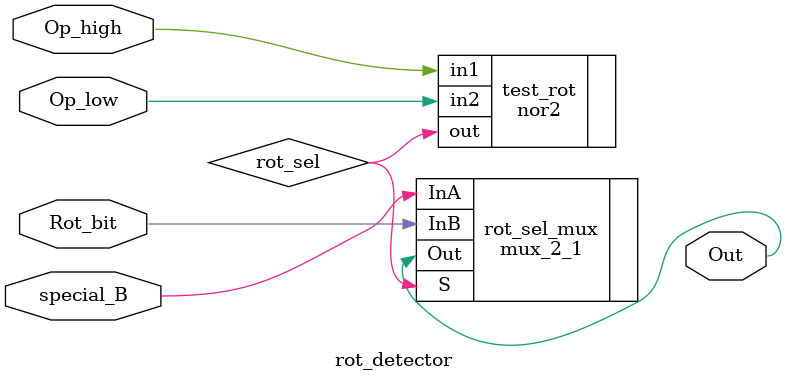
<source format=v>
module rot_detector(Op_high, Op_low,Rot_bit,special_B,Out);
input Op_high;
input Op_low;
input Rot_bit;
input special_B;
output Out;

wire rot_sel;// for stage 2, rot_sel==1 means op is rotation, In_stage_2_A[14] should connect to port B of 2nd mux
nor2 test_rot(.in1(Op_high),.in2(Op_low),.out(rot_sel));
mux_2_1 rot_sel_mux(.InA(special_B),.InB(Rot_bit),.S(rot_sel),.Out(Out));

endmodule

</source>
